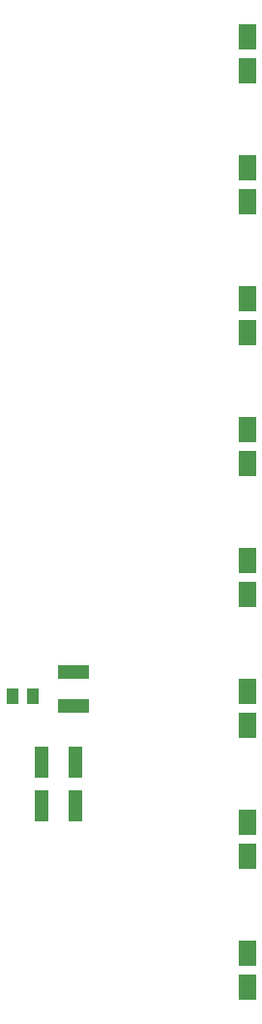
<source format=gbp>
G04 EAGLE Gerber RS-274X export*
G75*
%MOMM*%
%FSLAX34Y34*%
%LPD*%
%INSolderpaste Bottom*%
%IPPOS*%
%AMOC8*
5,1,8,0,0,1.08239X$1,22.5*%
G01*
G04 Define Apertures*
%ADD10R,1.553600X2.197800*%
%ADD11R,1.031200X1.420200*%
%ADD12R,2.715300X1.164600*%
%ADD13R,1.164600X2.715300*%
D10*
X241300Y1001751D03*
X241300Y971829D03*
X241300Y887451D03*
X241300Y857529D03*
X241300Y773151D03*
X241300Y743229D03*
X241300Y658851D03*
X241300Y628929D03*
X241300Y544551D03*
X241300Y514629D03*
X241300Y430251D03*
X241300Y400329D03*
X241300Y315951D03*
X241300Y286029D03*
X241300Y201651D03*
X241300Y171729D03*
D11*
X35255Y425450D03*
X53645Y425450D03*
D12*
X88900Y417046D03*
X88900Y446554D03*
D13*
X61446Y368300D03*
X90954Y368300D03*
X90954Y330200D03*
X61446Y330200D03*
M02*

</source>
